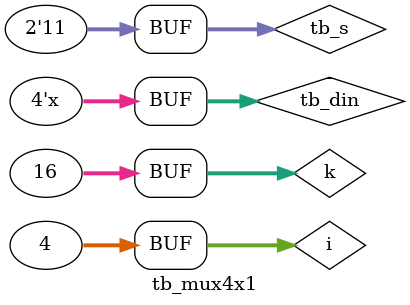
<source format=v>
`timescale 1ns/1ns
`include "mux4x1.v"
module tb_mux4x1;
wire tb_dout;
reg [1:0] tb_s;
reg [3:0] tb_din;
integer k,i;
mux4x1 u1(.dout(tb_dout),.din(tb_din),.sel(tb_s));

initial begin
  tb_s = 2'b00;
  #90 tb_s = 2'b01;
  #90 tb_s = 2'b10;
  #90 tb_s = 2'b11;
end

initial begin
  for(i=0;i<4;i=i+1) begin
    tb_din = 4'b0000;
    #5;
    for(k=0; k<16; k=k+1) begin
      tb_din = tb_din + 1;
      #5;
    end
    tb_din = 4'bx;
    #5;
  end
end

endmodule
</source>
